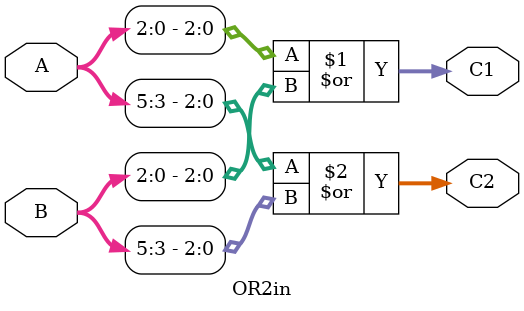
<source format=v>
module OR2in (A,B,C1,C2);
 
input [5:0] A  ;
input  [5:0] B ;
output [2:0] C1 ;
output [2:0] C2 ;

assign  C1=A[2-:3] | B[2-:3] ;
assign C2=A[5-:3] | B[5-:3] ;

endmodule

</source>
